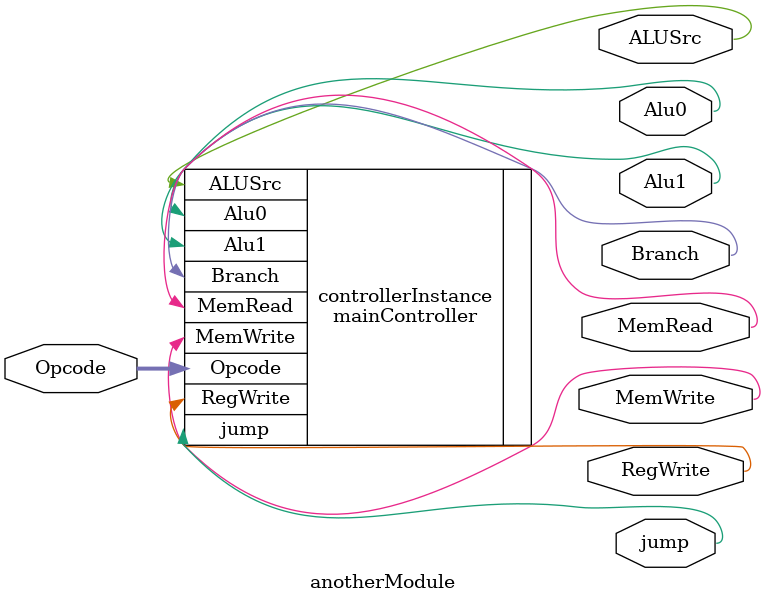
<source format=v>

module anotherModule(

	// inputs and outputs of anotherModule here
	input [6:0] Opcode,
	output reg RegWrite, MemWrite, MemRead, Branch, ALUSrc, Alu0, Alu1,jump
	);
	
	
	// Instantiate the mainController module
	mainController controllerInstance(
		.Opcode(Opcode),
		.RegWrite(RegWrite),
		.MemWrite(MemWrite),
		.MemRead(MemRead),
		.Branch(Branch),
		.ALUSrc(ALUSrc),
		.Alu0(Alu0),
		.Alu1(Alu1),
		.jump(jump)
		
	);
endmodule
</source>
